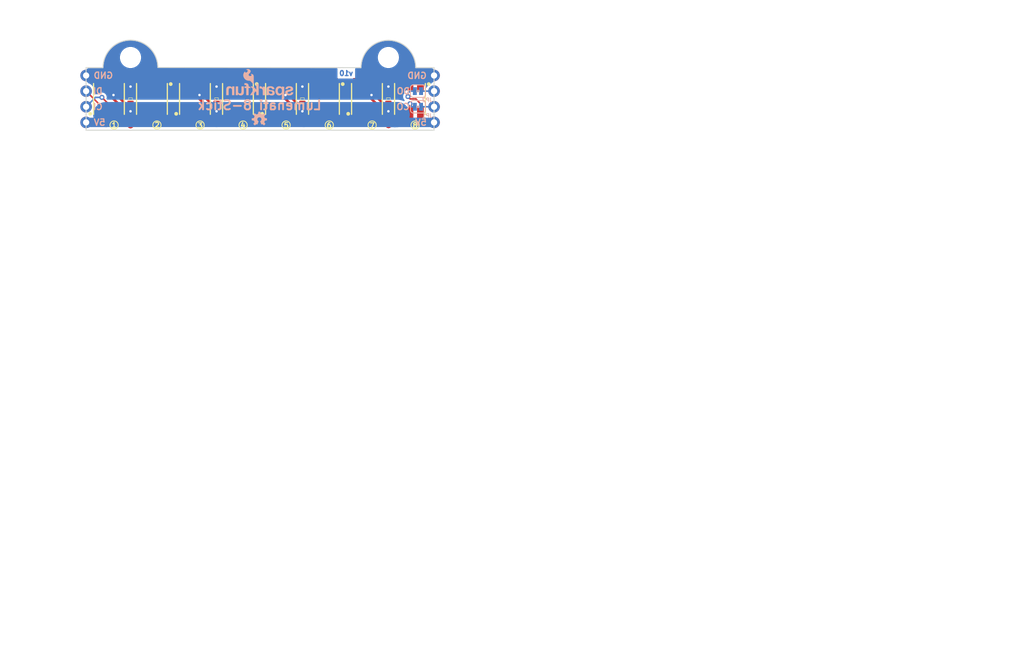
<source format=kicad_pcb>
(kicad_pcb (version 20221018) (generator pcbnew)
  (layers (0 "F.Cu" signal) (31 "B.Cu" signal) (34 "B.Paste" user) (35 "F.Paste" user) (36 "B.SilkS" user "B.Silkscreen") (37 "F.SilkS" user "F.Silkscreen") (38 "B.Mask" user) (39 "F.Mask" user) (44 "Edge.Cuts" user))
  (net 0 "")
  (net 1 "GND")
  (net 2 "+5V")
  (net 3 "Net-(U1-Pad6)")
  (net 4 "Net-(U1-Pad5)")
  (net 5 "Net-(U2-Pad5)")
  (net 6 "Net-(U2-Pad6)")
  (net 7 "Net-(U3-Pad5)")
  (net 8 "Net-(U3-Pad6)")
  (net 9 "Net-(U4-Pad6)")
  (net 10 "Net-(U4-Pad5)")
  (net 11 "Net-(U5-Pad5)")
  (net 12 "Net-(U5-Pad6)")
  (net 13 "Net-(U6-Pad6)")
  (net 14 "Net-(U6-Pad5)")
  (net 15 "Net-(U7-Pad5)")
  (net 16 "Net-(U7-Pad6)")
  (net 17 "/DI")
  (net 18 "/CI")
  (net 19 "/DO")
  (net 20 "/CO")
  (net 21 "Net-(JP1-Pad1)")
  (net 22 "Net-(JP2-Pad1)")
  (footprint "Pete:0603_revised" (layer "F.Cu") (at 127.8636 102.87 -90)
    (fp_text reference "C1" hide)
    (fp_text value "0.1uF" hide)
    (pad "1" smd rect (at -0.84836 0 270) (size 1.09982 0.99822) (layers "F.Cu" "F.Paste" "F.Mask") (net 1 "GND"))
    (pad "2" smd rect (at 0.84836 0 270) (size 1.09982 0.99822) (layers "F.Cu" "F.Paste" "F.Mask") (net 2 "+5V"))
  )
  (footprint "Pete:0603_revised" (layer "F.Cu") (at 141.8336 102.87 -90)
    (fp_text reference "C2" hide)
    (fp_text value "0.1uF" hide)
    (pad "1" smd rect (at -0.84836 0 270) (size 1.09982 0.99822) (layers "F.Cu" "F.Paste" "F.Mask") (net 1 "GND"))
    (pad "2" smd rect (at 0.84836 0 270) (size 1.09982 0.99822) (layers "F.Cu" "F.Paste" "F.Mask") (net 2 "+5V"))
  )
  (footprint "Pete:0603_revised" (layer "F.Cu") (at 155.7782 102.87 -90)
    (fp_text reference "C3" hide)
    (fp_text value "0.1uF" hide)
    (pad "1" smd rect (at -0.84836 0 270) (size 1.09982 0.99822) (layers "F.Cu" "F.Paste" "F.Mask") (net 1 "GND"))
    (pad "2" smd rect (at 0.84836 0 270) (size 1.09982 0.99822) (layers "F.Cu" "F.Paste" "F.Mask") (net 2 "+5V"))
  )
  (footprint "Pete:0603_revised" (layer "F.Cu") (at 169.7482 102.87 -90)
    (fp_text reference "C4" hide)
    (fp_text value "0.1uF" hide)
    (pad "1" smd rect (at -0.84836 0 270) (size 1.09982 0.99822) (layers "F.Cu" "F.Paste" "F.Mask") (net 1 "GND"))
    (pad "2" smd rect (at 0.84836 0 270) (size 1.09982 0.99822) (layers "F.Cu" "F.Paste" "F.Mask") (net 2 "+5V"))
  )
  (footprint "Pete:APA102_3" (layer "F.Cu") (at 124.3584 102.87 -90)
    (fp_text reference "U1" hide)
    (fp_text value "APA102" hide)
    (pad "1" smd rect (at 2.4 1.7 270) (size 2 1.1) (layers "F.Cu" "F.Paste" "F.Mask") (net 17 "/DI"))
    (pad "2" smd rect (at 2.399998 0 270) (size 2 1.1) (layers "F.Cu" "F.Paste" "F.Mask") (net 18 "/CI"))
    (pad "3" smd rect (at 2.4 -1.700001 270) (size 2 1.1) (layers "F.Cu" "F.Paste" "F.Mask") (net 1 "GND"))
    (pad "4" smd rect (at -2.4 -1.7 90) (size 2 1.1) (layers "F.Cu" "F.Paste" "F.Mask") (net 2 "+5V"))
    (pad "5" smd rect (at -2.399998 0 90) (size 2 1.1) (layers "F.Cu" "F.Paste" "F.Mask") (net 4 "Net-(U1-Pad5)"))
    (pad "6" smd rect (at -2.4 1.700001 90) (size 2 1.1) (layers "F.Cu" "F.Paste" "F.Mask") (net 3 "Net-(U1-Pad6)"))
  )
  (footprint "Pete:APA102_3" (layer "F.Cu") (at 131.3434 102.87 90)
    (fp_text reference "U2" hide)
    (fp_text value "APA102" hide)
    (pad "1" smd rect (at 2.4 1.7 90) (size 2 1.1) (layers "F.Cu" "F.Paste" "F.Mask") (net 3 "Net-(U1-Pad6)"))
    (pad "2" smd rect (at 2.399998 0 90) (size 2 1.1) (layers "F.Cu" "F.Paste" "F.Mask") (net 4 "Net-(U1-Pad5)"))
    (pad "3" smd rect (at 2.4 -1.700001 90) (size 2 1.1) (layers "F.Cu" "F.Paste" "F.Mask") (net 1 "GND"))
    (pad "4" smd rect (at -2.4 -1.7 270) (size 2 1.1) (layers "F.Cu" "F.Paste" "F.Mask") (net 2 "+5V"))
    (pad "5" smd rect (at -2.399998 0 270) (size 2 1.1) (layers "F.Cu" "F.Paste" "F.Mask") (net 5 "Net-(U2-Pad5)"))
    (pad "6" smd rect (at -2.4 1.700001 270) (size 2 1.1) (layers "F.Cu" "F.Paste" "F.Mask") (net 6 "Net-(U2-Pad6)"))
  )
  (footprint "Pete:APA102_3" (layer "F.Cu") (at 138.3284 102.87 -90)
    (fp_text reference "U3" hide)
    (fp_text value "APA102" hide)
    (pad "1" smd rect (at 2.4 1.7 270) (size 2 1.1) (layers "F.Cu" "F.Paste" "F.Mask") (net 6 "Net-(U2-Pad6)"))
    (pad "2" smd rect (at 2.399998 0 270) (size 2 1.1) (layers "F.Cu" "F.Paste" "F.Mask") (net 5 "Net-(U2-Pad5)"))
    (pad "3" smd rect (at 2.4 -1.700001 270) (size 2 1.1) (layers "F.Cu" "F.Paste" "F.Mask") (net 1 "GND"))
    (pad "4" smd rect (at -2.4 -1.7 90) (size 2 1.1) (layers "F.Cu" "F.Paste" "F.Mask") (net 2 "+5V"))
    (pad "5" smd rect (at -2.399998 0 90) (size 2 1.1) (layers "F.Cu" "F.Paste" "F.Mask") (net 7 "Net-(U3-Pad5)"))
    (pad "6" smd rect (at -2.4 1.700001 90) (size 2 1.1) (layers "F.Cu" "F.Paste" "F.Mask") (net 8 "Net-(U3-Pad6)"))
  )
  (footprint "Pete:APA102_3" (layer "F.Cu") (at 145.3134 102.87 90)
    (fp_text reference "U4" hide)
    (fp_text value "APA102" hide)
    (pad "1" smd rect (at 2.4 1.7 90) (size 2 1.1) (layers "F.Cu" "F.Paste" "F.Mask") (net 8 "Net-(U3-Pad6)"))
    (pad "2" smd rect (at 2.399998 0 90) (size 2 1.1) (layers "F.Cu" "F.Paste" "F.Mask") (net 7 "Net-(U3-Pad5)"))
    (pad "3" smd rect (at 2.4 -1.700001 90) (size 2 1.1) (layers "F.Cu" "F.Paste" "F.Mask") (net 1 "GND"))
    (pad "4" smd rect (at -2.4 -1.7 270) (size 2 1.1) (layers "F.Cu" "F.Paste" "F.Mask") (net 2 "+5V"))
    (pad "5" smd rect (at -2.399998 0 270) (size 2 1.1) (layers "F.Cu" "F.Paste" "F.Mask") (net 10 "Net-(U4-Pad5)"))
    (pad "6" smd rect (at -2.4 1.700001 270) (size 2 1.1) (layers "F.Cu" "F.Paste" "F.Mask") (net 9 "Net-(U4-Pad6)"))
  )
  (footprint "Pete:APA102_3" (layer "F.Cu") (at 152.2984 102.87 -90)
    (fp_text reference "U5" hide)
    (fp_text value "APA102" hide)
    (pad "1" smd rect (at 2.4 1.7 270) (size 2 1.1) (layers "F.Cu" "F.Paste" "F.Mask") (net 9 "Net-(U4-Pad6)"))
    (pad "2" smd rect (at 2.399998 0 270) (size 2 1.1) (layers "F.Cu" "F.Paste" "F.Mask") (net 10 "Net-(U4-Pad5)"))
    (pad "3" smd rect (at 2.4 -1.700001 270) (size 2 1.1) (layers "F.Cu" "F.Paste" "F.Mask") (net 1 "GND"))
    (pad "4" smd rect (at -2.4 -1.7 90) (size 2 1.1) (layers "F.Cu" "F.Paste" "F.Mask") (net 2 "+5V"))
    (pad "5" smd rect (at -2.399998 0 90) (size 2 1.1) (layers "F.Cu" "F.Paste" "F.Mask") (net 11 "Net-(U5-Pad5)"))
    (pad "6" smd rect (at -2.4 1.700001 90) (size 2 1.1) (layers "F.Cu" "F.Paste" "F.Mask") (net 12 "Net-(U5-Pad6)"))
  )
  (footprint "Pete:APA102_3" (layer "F.Cu") (at 159.2834 102.87 90)
    (fp_text reference "U6" hide)
    (fp_text value "APA102" hide)
    (pad "1" smd rect (at 2.4 1.7 90) (size 2 1.1) (layers "F.Cu" "F.Paste" "F.Mask") (net 12 "Net-(U5-Pad6)"))
    (pad "2" smd rect (at 2.399998 0 90) (size 2 1.1) (layers "F.Cu" "F.Paste" "F.Mask") (net 11 "Net-(U5-Pad5)"))
    (pad "3" smd rect (at 2.4 -1.700001 90) (size 2 1.1) (layers "F.Cu" "F.Paste" "F.Mask") (net 1 "GND"))
    (pad "4" smd rect (at -2.4 -1.7 270) (size 2 1.1) (layers "F.Cu" "F.Paste" "F.Mask") (net 2 "+5V"))
    (pad "5" smd rect (at -2.399998 0 270) (size 2 1.1) (layers "F.Cu" "F.Paste" "F.Mask") (net 14 "Net-(U6-Pad5)"))
    (pad "6" smd rect (at -2.4 1.700001 270) (size 2 1.1) (layers "F.Cu" "F.Paste" "F.Mask") (net 13 "Net-(U6-Pad6)"))
  )
  (footprint "Pete:APA102_3" (layer "F.Cu") (at 166.2684 102.87 -90)
    (fp_text reference "U7" hide)
    (fp_text value "APA102" hide)
    (pad "1" smd rect (at 2.4 1.7 270) (size 2 1.1) (layers "F.Cu" "F.Paste" "F.Mask") (net 13 "Net-(U6-Pad6)"))
    (pad "2" smd rect (at 2.399998 0 270) (size 2 1.1) (layers "F.Cu" "F.Paste" "F.Mask") (net 14 "Net-(U6-Pad5)"))
    (pad "3" smd rect (at 2.4 -1.700001 270) (size 2 1.1) (layers "F.Cu" "F.Paste" "F.Mask") (net 1 "GND"))
    (pad "4" smd rect (at -2.4 -1.7 90) (size 2 1.1) (layers "F.Cu" "F.Paste" "F.Mask") (net 2 "+5V"))
    (pad "5" smd rect (at -2.399998 0 90) (size 2 1.1) (layers "F.Cu" "F.Paste" "F.Mask") (net 15 "Net-(U7-Pad5)"))
    (pad "6" smd rect (at -2.4 1.700001 90) (size 2 1.1) (layers "F.Cu" "F.Paste" "F.Mask") (net 16 "Net-(U7-Pad6)"))
  )
  (footprint "Pete:APA102_3" (layer "F.Cu") (at 173.2534 102.87 90)
    (fp_text reference "U8" hide)
    (fp_text value "APA102" hide)
    (pad "1" smd rect (at 2.4 1.7 90) (size 2 1.1) (layers "F.Cu" "F.Paste" "F.Mask") (net 16 "Net-(U7-Pad6)"))
    (pad "2" smd rect (at 2.399998 0 90) (size 2 1.1) (layers "F.Cu" "F.Paste" "F.Mask") (net 15 "Net-(U7-Pad5)"))
    (pad "3" smd rect (at 2.4 -1.700001 90) (size 2 1.1) (layers "F.Cu" "F.Paste" "F.Mask") (net 1 "GND"))
    (pad "4" smd rect (at -2.4 -1.7 270) (size 2 1.1) (layers "F.Cu" "F.Paste" "F.Mask") (net 2 "+5V"))
    (pad "5" smd rect (at -2.399998 0 270) (size 2 1.1) (layers "F.Cu" "F.Paste" "F.Mask") (net 21 "Net-(JP1-Pad1)"))
    (pad "6" smd rect (at -2.4 1.700001 270) (size 2 1.1) (layers "F.Cu" "F.Paste" "F.Mask") (net 22 "Net-(JP2-Pad1)"))
  )
  (footprint "Pete:STAND-OFF_115_2" (layer "F.Cu") (at 169.7482 96.139)
    (fp_text reference "Ref**" hide)
    (fp_text value "Val**" hide)
    (pad "" np_thru_hole circle (at 0 0) (size 2.921 2.921) (drill 2.921) (layers "*.Cu" "*.Mask"))
  )
  (footprint "Pete:STAND-OFF_115_2" (layer "F.Cu") (at 127.8636 96.139)
    (fp_text reference "Ref**" hide)
    (fp_text value "Val**" hide)
    (pad "" np_thru_hole circle (at 0 0) (size 2.921 2.921) (drill 2.921) (layers "*.Cu" "*.Mask"))
  )
  (footprint "SFE_Connectors:1X04_NO_SILK" (layer "F.Cu") (at 120.65 99.06 -90)
    (fp_text reference "J1" hide)
    (fp_text value "CONN_041X04_NO_SILK" hide)
    (pad "1" thru_hole circle (at 0 0 270) (size 1.8796 1.8796) (drill 1.016) (layers "*.Cu" "*.Paste" "*.Mask") (net 1 "GND"))
    (pad "2" thru_hole circle (at 2.54 0 270) (size 1.8796 1.8796) (drill 1.016) (layers "*.Cu" "*.Paste" "*.Mask") (net 17 "/DI"))
    (pad "3" thru_hole circle (at 5.08 0 270) (size 1.8796 1.8796) (drill 1.016) (layers "*.Cu" "*.Paste" "*.Mask") (net 18 "/CI"))
    (pad "4" thru_hole circle (at 7.62 0 270) (size 1.8796 1.8796) (drill 1.016) (layers "*.Cu" "*.Paste" "*.Mask") (net 2 "+5V"))
  )
  (footprint "SFE_Connectors:1X04_NO_SILK" (layer "F.Cu") (at 177.165 106.68 90)
    (fp_text reference "J2" hide)
    (fp_text value "CONN_041X04_NO_SILK" hide)
    (pad "1" thru_hole circle (at 0 0 90) (size 1.8796 1.8796) (drill 1.016) (layers "*.Cu" "*.Paste" "*.Mask") (net 2 "+5V"))
    (pad "2" thru_hole circle (at 2.54 0 90) (size 1.8796 1.8796) (drill 1.016) (layers "*.Cu" "*.Paste" "*.Mask") (net 20 "/CO"))
    (pad "3" thru_hole circle (at 5.08 0 90) (size 1.8796 1.8796) (drill 1.016) (layers "*.Cu" "*.Paste" "*.Mask") (net 19 "/DO"))
    (pad "4" thru_hole circle (at 7.62 0 90) (size 1.8796 1.8796) (drill 1.016) (layers "*.Cu" "*.Paste" "*.Mask") (net 1 "GND"))
  )
  (footprint "FIDUCIAL-1X2" (layer "F.Cu") (at 127.8636 107.1626)
    (fp_text reference "FD1" hide)
    (fp_text value "FIDUCIAL1X2" hide)
    (pad "1" smd circle (at 0 0) (size 0.99822 0.99822) (layers "F.Cu" "F.Paste" "F.Mask"))
  )
  (footprint "FIDUCIAL-1X2" (layer "F.Cu") (at 169.7736 107.1372)
    (fp_text reference "FD2" hide)
    (fp_text value "FIDUCIAL1X2" hide)
    (pad "1" smd circle (at 0 0) (size 0.99822 0.99822) (layers "F.Cu" "F.Paste" "F.Mask"))
  )
  (footprint "SparkFun:SFE_LOGO_NAME_FLAME_.1" (layer "B.Cu") (at 154.7368 103.2002 180)
    (fp_text reference "LOGO1" hide)
    (fp_text value "SFE_LOGO_NAME_FLAME.1_INCH" hide)
  )
  (footprint "SparkFun:OSHW-LOGO-MINI" (layer "B.Cu") (at 148.7932 106.172 180)
    (fp_text reference "LOGO2" hide)
    (fp_text value "OSHW-LOGOMINI" hide)
  )
  (footprint "Pete:SMT-JUMPER_2_NC_TRACE_SILK" (layer "B.Cu") (at 174.5488 104.14)
    (fp_text reference "JP1" (at 1.524 1.4478) (layer "B.SilkS") (effects (font (size 0.6096 0.6096) (thickness 0.127)) (justify mirror)))
    (fp_text value "JUMPER-SMT_2_NC_TRACE_SILK" hide)
    (fp_line (start -0.508 0) (end 0.508 0) (stroke (width 0.254)) (layer "B.Cu"))
    (pad "1" smd rect (at -0.508 0) (size 0.635 1.27) (layers "B.Cu" "B.Paste" "B.Mask") (net 21 "Net-(JP1-Pad1)"))
    (pad "2" smd rect (at 0.508 0) (size 0.635 1.27) (layers "B.Cu" "B.Paste" "B.Mask") (net 20 "/CO"))
  )
  (footprint "Pete:SMT-JUMPER_2_NC_TRACE_SILK" (layer "B.Cu") (at 174.5488 101.6)
    (fp_text reference "JP2" (at 1.524 1.4478) (layer "B.SilkS") (effects (font (size 0.6096 0.6096) (thickness 0.127)) (justify mirror)))
    (fp_text value "JUMPER-SMT_2_NC_TRACE_SILK" hide)
    (fp_line (start -0.508 0) (end 0.508 0) (stroke (width 0.254)) (layer "B.Cu"))
    (pad "1" smd rect (at -0.508 0) (size 0.635 1.27) (layers "B.Cu" "B.Paste" "B.Mask") (net 22 "Net-(JP2-Pad1)"))
    (pad "2" smd rect (at 0.508 0) (size 0.635 1.27) (layers "B.Cu" "B.Paste" "B.Mask") (net 19 "/DO"))
  )
  (gr_circle (center 167.1066 107.1118) (end 167.767 107.2134) (stroke (width 0.15)) (fill none) (layer "F.SilkS"))
  (gr_circle (center 174.0916 107.1118) (end 174.752 107.2134) (stroke (width 0.15)) (fill none) (layer "F.SilkS"))
  (gr_circle (center 132.1562 107.1118) (end 132.8166 107.2134) (stroke (width 0.15)) (fill none) (layer "F.SilkS"))
  (gr_circle (center 139.1666 107.1118) (end 139.827 107.2134) (stroke (width 0.15)) (fill none) (layer "F.SilkS"))
  (gr_circle (center 160.147 107.1118) (end 160.8074 107.2134) (stroke (width 0.15)) (fill none) (layer "F.SilkS"))
  (gr_circle (center 146.1516 107.1118) (end 146.812 107.2134) (stroke (width 0.15)) (fill none) (layer "F.SilkS"))
  (gr_circle (center 125.1966 107.1118) (end 125.857 107.2134) (stroke (width 0.15)) (fill none) (layer "F.SilkS"))
  (gr_circle (center 153.1366 107.1118) (end 153.797 107.2134) (stroke (width 0.15)) (fill none) (layer "F.SilkS"))
  (gr_arc (start 127.8636 93.3196) (mid 131.00669 94.62151) (end 132.3086 97.7646) (stroke (width 0.15)) (layer "Edge.Cuts"))
  (gr_line (start 120.65 97.79) (end 123.3932 97.79) (stroke (width 0.15)) (layer "Edge.Cuts"))
  (gr_arc (start 123.3932 97.79) (mid 124.70255 94.62895) (end 127.8636 93.3196) (stroke (width 0.15)) (layer "Edge.Cuts"))
  (gr_line (start 120.65 107.95) (end 177.165 107.95) (stroke (width 0.15)) (layer "Edge.Cuts"))
  (gr_arc (start 165.3032 97.79) (mid 166.60511 94.64691) (end 169.7482 93.345) (stroke (width 0.15)) (layer "Edge.Cuts"))
  (gr_line (start 120.65 97.79) (end 120.65 107.95) (stroke (width 0.15)) (layer "Edge.Cuts"))
  (gr_arc (start 169.7482 93.345) (mid 172.89129 94.64691) (end 174.1932 97.79) (stroke (width 0.15)) (layer "Edge.Cuts"))
  (gr_line (start 174.1932 97.79) (end 177.165 97.79) (stroke (width 0.15)) (layer "Edge.Cuts"))
  (gr_line (start 177.165 97.79) (end 177.165 107.95) (stroke (width 0.15)) (layer "Edge.Cuts"))
  (gr_line (start 132.3086 97.7646) (end 165.3032 97.79) (stroke (width 0.15)) (layer "Edge.Cuts"))
  (gr_text "v10" (at 162.8902 98.7044) (layer "B.Cu") (effects (font (size 0.8128 0.8128) (thickness 0.2032)) (justify mirror)))
  (gr_text "5V" (at 175.0314 106.68) (layer "B.SilkS") (effects (font (size 1.016 1.016) (thickness 0.2032)) (justify mirror)))
  (gr_text "CI" (at 122.555 104.14) (layer "B.SilkS") (effects (font (size 1.016 1.016) (thickness 0.2032)) (justify mirror)))
  (gr_text "DI" (at 122.555 101.6) (layer "B.SilkS") (effects (font (size 1.016 1.016) (thickness 0.2032)) (justify mirror)))
  (gr_text "GND" (at 123.444 99.06) (layer "B.SilkS") (effects (font (size 1.016 1.016) (thickness 0.2032)) (justify mirror)))
  (gr_text "CO" (at 172.1358 104.14) (layer "B.SilkS") (effects (font (size 1.016 1.016) (thickness 0.2032)) (justify mirror)))
  (gr_text "DO" (at 172.1612 101.6) (layer "B.SilkS") (effects (font (size 1.016 1.016) (thickness 0.2032)) (justify mirror)))
  (gr_text "GND" (at 174.3964 99.0854) (layer "B.SilkS") (effects (font (size 1.016 1.016) (thickness 0.2032)) (justify mirror)))
  (gr_text "5V" (at 122.8344 106.68) (layer "B.SilkS") (effects (font (size 1.016 1.016) (thickness 0.2032)) (justify mirror)))
  (gr_text "Lumenati 8-Stick" (at 148.8186 103.886) (layer "B.SilkS") (effects (font (size 1.5 1.5) (thickness 0.299999)) (justify mirror)))
  (gr_text "2" (at 132.1816 107.1118) (layer "F.SilkS") (effects (font (size 0.8128 0.8128) (thickness 0.1778))))
  (gr_text "3" (at 139.192 107.188) (layer "F.SilkS") (effects (font (size 0.8128 0.8128) (thickness 0.1778))))
  (gr_text "4" (at 146.1262 107.1626) (layer "F.SilkS") (effects (font (size 0.8128 0.8128) (thickness 0.2032))))
  (gr_text "5" (at 153.162 107.1626) (layer "F.SilkS") (effects (font (size 0.8128 0.8128) (thickness 0.1778))))
  (gr_text "6" (at 160.1216 107.1626) (layer "F.SilkS") (effects (font (size 0.8128 0.8128) (thickness 0.1778))))
  (gr_text "7" (at 167.1066 107.188) (layer "F.SilkS") (effects (font (size 0.8128 0.8128) (thickness 0.1778))))
  (gr_text "8" (at 174.0916 107.1626) (layer "F.SilkS") (effects (font (size 0.8128 0.8128) (thickness 0.1778))))
  (gr_text "1" (at 125.1966 107.1118) (layer "F.SilkS") (effects (font (size 0.8128 0.8128) (thickness 0.1778))))
  (segment (start 126.058401 103.833401) (end 125.095 102.87) (width 0.4064) (layer "F.Cu") (net 1))
  (segment (start 125.095 102.87) (end 125.095 102.235) (width 0.4064) (layer "F.Cu") (net 1))
  (segment (start 140.028401 103.833401) (end 139.065 102.87) (width 0.4064) (layer "F.Cu") (net 1))
  (segment (start 139.065 102.87) (end 139.065 102.235) (width 0.4064) (layer "F.Cu") (net 1))
  (segment (start 153.998401 103.833401) (end 153.035 102.87) (width 0.4064) (layer "F.Cu") (net 1))
  (segment (start 153.035 102.87) (end 153.035 102.235) (width 0.4064) (layer "F.Cu") (net 1))
  (segment (start 167.968401 103.833401) (end 167.005 102.87) (width 0.4064) (layer "F.Cu") (net 1))
  (segment (start 167.005 102.87) (end 167.005 102.235) (width 0.4064) (layer "F.Cu") (net 1))
  (segment (start 129.62636 102.02164) (end 129.6416 102.0064) (width 0.4064) (layer "F.Cu") (net 1))
  (segment (start 129.6416 102.0064) (end 129.643399 102.0064) (width 0.4064) (layer "F.Cu") (net 1))
  (segment (start 143.59636 102.02164) (end 143.6116 102.0064) (width 0.4064) (layer "F.Cu") (net 1))
  (segment (start 143.6116 102.0064) (end 143.613399 102.0064) (width 0.4064) (layer "F.Cu") (net 1))
  (segment (start 157.57144 102.02164) (end 157.5816 102.0318) (width 0.4064) (layer "F.Cu") (net 1))
  (segment (start 157.5816 102.0318) (end 157.583399 102.0318) (width 0.4064) (layer "F.Cu") (net 1))
  (segment (start 171.54144 102.02164) (end 171.5516 102.0318) (width 0.4064) (layer "F.Cu") (net 1))
  (segment (start 171.5516 102.0318) (end 171.553399 102.0318) (width 0.4064) (layer "F.Cu") (net 1))
  (segment (start 169.7482 102.02164) (end 171.54144 102.02164) (width 0.4064) (layer "F.Cu") (net 1))
  (segment (start 153.998401 105.27) (end 153.998401 103.833401) (width 0.4064) (layer "F.Cu") (net 1))
  (segment (start 127.8636 102.02164) (end 129.62636 102.02164) (width 0.4064) (layer "F.Cu") (net 1))
  (segment (start 126.058401 105.27) (end 126.058401 103.833401) (width 0.4064) (layer "F.Cu") (net 1))
  (segment (start 141.8336 102.02164) (end 141.8336 100.8634) (width 0.4064) (layer "F.Cu") (net 1))
  (segment (start 169.7482 100.8634) (end 169.7482 102.02164) (width 0.4064) (layer "F.Cu") (net 1))
  (segment (start 143.613399 100.47) (end 143.613399 102.0064) (width 0.4064) (layer "F.Cu") (net 1))
  (segment (start 171.553399 100.47) (end 171.553399 102.0318) (width 0.4064) (layer "F.Cu") (net 1))
  (segment (start 157.583399 100.47) (end 157.583399 102.0318) (width 0.4064) (layer "F.Cu") (net 1))
  (segment (start 141.8336 102.02164) (end 143.59636 102.02164) (width 0.4064) (layer "F.Cu") (net 1))
  (segment (start 140.028401 105.27) (end 140.028401 103.833401) (width 0.4064) (layer "F.Cu") (net 1))
  (segment (start 129.643399 100.47) (end 129.643399 102.0064) (width 0.4064) (layer "F.Cu") (net 1))
  (segment (start 155.7782 102.02164) (end 155.7782 100.8634) (width 0.4064) (layer "F.Cu") (net 1))
  (segment (start 127.8636 100.8634) (end 127.8636 102.02164) (width 0.4064) (layer "F.Cu") (net 1))
  (segment (start 155.7782 102.02164) (end 157.57144 102.02164) (width 0.4064) (layer "F.Cu") (net 1))
  (segment (start 167.968401 105.27) (end 167.968401 103.833401) (width 0.4064) (layer "F.Cu") (net 1))
  (via (at 153.035 102.235) (size 0.8) (drill 0.4) (layers "F.Cu" "B.Cu") (net 1))
  (via (at 127.8636 100.8634) (size 0.8) (drill 0.4) (layers "F.Cu" "B.Cu") (net 1))
  (via (at 155.7782 100.8634) (size 0.8) (drill 0.4) (layers "F.Cu" "B.Cu") (net 1))
  (via (at 139.065 102.235) (size 0.8) (drill 0.4) (layers "F.Cu" "B.Cu") (net 1))
  (via (at 167.005 102.235) (size 0.8) (drill 0.4) (layers "F.Cu" "B.Cu") (net 1))
  (via (at 141.8336 100.8634) (size 0.8) (drill 0.4) (layers "F.Cu" "B.Cu") (net 1))
  (via (at 125.095 102.235) (size 0.8) (drill 0.4) (layers "F.Cu" "B.Cu") (net 1))
  (via (at 169.7482 100.8634) (size 0.8) (drill 0.4) (layers "F.Cu" "B.Cu") (net 1))
  (segment (start 171.5516 99.06) (end 169.7482 100.8634) (width 0.4064) (layer "B.Cu") (net 1))
  (segment (start 126.0602 99.06) (end 127.8636 100.8634) (width 0.4064) (layer "B.Cu") (net 1))
  (segment (start 120.7008 99.0092) (end 122.8344 99.0092) (width 1.524) (layer "B.Cu") (net 1))
  (segment (start 122.8344 99.0092) (end 122.8344 99.06) (width 1.524) (layer "B.Cu") (net 1))
  (segment (start 122.8344 99.06) (end 126.0602 99.06) (width 0.4064) (layer "B.Cu") (net 1))
  (segment (start 177.1142 99.0092) (end 174.5488 99.0092) (width 1.524) (layer "B.Cu") (net 1))
  (segment (start 174.5488 99.0092) (end 174.5488 99.06) (width 1.524) (layer "B.Cu") (net 1))
  (segment (start 174.5488 99.06) (end 171.5516 99.06) (width 0.4064) (layer "B.Cu") (net 1))
  (segment (start 177.165 99.06) (end 174.5488 99.06) (width 0.4064) (layer "B.Cu") (net 1))
  (segment (start 177.165 99.06) (end 177.1142 99.0092) (width 1.524) (layer "B.Cu") (net 1))
  (segment (start 120.65 99.06) (end 122.8344 99.06) (width 0.4064) (layer "B.Cu") (net 1))
  (segment (start 120.65 99.06) (end 120.7008 99.0092) (width 1.524) (layer "B.Cu") (net 1))
  (segment (start 126.0584 102.6904) (end 127.08636 103.71836) (width 0.4064) (layer "F.Cu") (net 2))
  (segment (start 127.08636 103.71836) (end 127.8636 103.71836) (width 0.4064) (layer "F.Cu") (net 2))
  (segment (start 140.0284 102.6904) (end 141.05636 103.71836) (width 0.4064) (layer "F.Cu") (net 2))
  (segment (start 141.05636 103.71836) (end 141.8336 103.71836) (width 0.4064) (layer "F.Cu") (net 2))
  (segment (start 167.9684 102.6904) (end 168.99636 103.71836) (width 0.4064) (layer "F.Cu") (net 2))
  (segment (start 168.99636 103.71836) (end 169.7482 103.71836) (width 0.4064) (layer "F.Cu") (net 2))
  (segment (start 129.6434 103.9132) (end 129.44856 103.71836) (width 0.4064) (layer "F.Cu") (net 2))
  (segment (start 129.44856 103.71836) (end 127.8636 103.71836) (width 0.4064) (layer "F.Cu") (net 2))
  (segment (start 143.6134 103.9894) (end 143.34236 103.71836) (width 0.4064) (layer "F.Cu") (net 2))
  (segment (start 143.34236 103.71836) (end 141.8336 103.71836) (width 0.4064) (layer "F.Cu") (net 2))
  (segment (start 153.9984 102.665) (end 155.05176 103.71836) (width 0.4064) (layer "F.Cu") (net 2))
  (segment (start 155.05176 103.71836) (end 155.7782 103.71836) (width 0.4064) (layer "F.Cu") (net 2))
  (segment (start 157.5834 103.9132) (end 157.38856 103.71836) (width 0.4064) (layer "F.Cu") (net 2))
  (segment (start 157.38856 103.71836) (end 155.7782 103.71836) (width 0.4064) (layer "F.Cu") (net 2))
  (segment (start 171.5534 103.964) (end 171.30776 103.71836) (width 0.4064) (layer "F.Cu") (net 2))
  (segment (start 171.30776 103.71836) (end 169.7482 103.71836) (width 0.4064) (layer "F.Cu") (net 2))
  (segment (start 126.0584 100.47) (end 126.0584 102.6904) (width 0.4064) (layer "F.Cu") (net 2))
  (segment (start 169.7482 103.71836) (end 169.7482 104.8766) (width 0.4064) (layer "F.Cu") (net 2))
  (segment (start 153.9984 100.47) (end 153.9984 102.665) (width 0.4064) (layer "F.Cu") (net 2))
  (segment (start 129.6434 105.27) (end 129.6434 103.9132) (width 0.4064) (layer "F.Cu") (net 2))
  (segment (start 155.7782 103.71836) (end 155.7782 104.8766) (width 0.4064) (layer "F.Cu") (net 2))
  (segment (start 140.0284 100.47) (end 140.0284 102.6904) (width 0.4064) (layer "F.Cu") (net 2))
  (segment (start 171.5534 105.27) (end 171.5534 103.964) (width 0.4064) (layer "F.Cu") (net 2))
  (segment (start 143.6134 105.27) (end 143.6134 103.9894) (width 0.4064) (layer "F.Cu") (net 2))
  (segment (start 127.8636 103.71836) (end 127.8636 104.8766) (width 0.4064) (layer "F.Cu") (net 2))
  (segment (start 141.8336 103.71836) (end 141.8336 104.8766) (width 0.4064) (layer "F.Cu") (net 2))
  (segment (start 157.5834 105.27) (end 157.5834 103.9132) (width 0.4064) (layer "F.Cu") (net 2))
  (segment (start 167.9684 100.47) (end 167.9684 102.6904) (width 0.4064) (layer "F.Cu") (net 2))
  (via (at 155.7782 104.8766) (size 0.8) (drill 0.4) (layers "F.Cu" "B.Cu") (net 2))
  (via (at 127.8636 104.8766) (size 0.8) (drill 0.4) (layers "F.Cu" "B.Cu") (net 2))
  (via (at 141.8336 104.8766) (size 0.8) (drill 0.4) (layers "F.Cu" "B.Cu") (net 2))
  (via (at 169.7482 104.8766) (size 0.8) (drill 0.4) (layers "F.Cu" "B.Cu") (net 2))
  (segment (start 170.18 105.41) (end 170.815 105.41) (width 4.064) (layer "B.Cu") (net 2))
  (segment (start 170.815 105.41) (end 170.18 105.41) (width 4.064) (layer "B.Cu") (net 2))
  (segment (start 170.815 105.41) (end 170.18 105.41) (width 4.064) (layer "B.Cu") (net 2))
  (segment (start 171.1706 105.41) (end 170.815 105.41) (width 4.064) (layer "B.Cu") (net 2))
  (segment (start 170.7134 106.68) (end 171.1706 106.2228) (width 1.524) (layer "B.Cu") (net 2))
  (segment (start 171.1706 106.2228) (end 171.1706 105.41) (width 1.524) (layer "B.Cu") (net 2))
  (segment (start 123.9774 106.68) (end 125.2474 105.41) (width 1.524) (layer "B.Cu") (net 2))
  (segment (start 125.2474 105.41) (end 125.095 105.41) (width 1.524) (layer "B.Cu") (net 2))
  (segment (start 125.095 105.41) (end 125.0188 105.4862) (width 1.524) (layer "B.Cu") (net 2))
  (segment (start 125.0188 105.4862) (end 125.0188 105.41) (width 1.524) (layer "B.Cu") (net 2))
  (segment (start 125.0188 105.41) (end 141.8336 105.41) (width 4.064) (layer "B.Cu") (net 2))
  (segment (start 170.2816 104.8766) (end 170.815 105.41) (width 0.4064) (layer "B.Cu") (net 2))
  (segment (start 155.8798 105.283) (end 156.0068 105.41) (width 0.4064) (layer "B.Cu") (net 2))
  (segment (start 156.0068 105.41) (end 171.1706 105.41) (width 4.064) (layer "B.Cu") (net 2))
  (segment (start 125.5522 104.8766) (end 125.0188 105.41) (width 0.4064) (layer "B.Cu") (net 2))
  (segment (start 155.7782 104.8766) (end 155.7782 105.41) (width 0.4064) (layer "B.Cu") (net 2))
  (segment (start 155.7782 105.41) (end 155.7782 105.283) (width 0.4064) (layer "B.Cu") (net 2))
  (segment (start 141.8336 104.8766) (end 141.8336 105.41) (width 0.4064) (layer "B.Cu") (net 2))
  (segment (start 141.8336 105.41) (end 141.8336 104.8766) (width 0.4064) (layer "B.Cu") (net 2))
  (segment (start 141.8336 104.8766) (end 141.8336 105.41) (width 0.4064) (layer "B.Cu") (net 2))
  (segment (start 141.8336 105.41) (end 156.0068 105.41) (width 4.064) (layer "B.Cu") (net 2))
  (segment (start 170.815 105.41) (end 171.1706 105.41) (width 4.064) (layer "B.Cu") (net 2))
  (segment (start 177.165 106.68) (end 170.7134 106.68) (width 1.524) (layer "B.Cu") (net 2))
  (segment (start 123.825 105.41) (end 125.0188 105.41) (width 4.064) (layer "B.Cu") (net 2))
  (segment (start 155.7782 105.283) (end 155.8798 105.283) (width 0.4064) (layer "B.Cu") (net 2))
  (segment (start 169.7482 104.8766) (end 170.2816 104.8766) (width 0.4064) (layer "B.Cu") (net 2))
  (segment (start 120.65 106.68) (end 123.9774 106.68) (width 1.524) (layer "B.Cu") (net 2))
  (segment (start 127.8636 104.8766) (end 125.5522 104.8766) (width 0.4064) (layer "B.Cu") (net 2))
  (segment (start 122.658399 99.083601) (end 123.19 98.552) (width 0.2032) (layer "F.Cu") (net 3))
  (segment (start 123.19 98.552) (end 126.873 98.552) (width 0.2032) (layer "F.Cu") (net 3))
  (segment (start 126.873 98.552) (end 127.508 99.187) (width 0.2032) (layer "F.Cu") (net 3))
  (segment (start 127.508 99.187) (end 128.27 99.187) (width 0.2032) (layer "F.Cu") (net 3))
  (segment (start 128.27 99.187) (end 128.27 99.187) (width 0.2032) (layer "F.Cu") (net 3))
  (segment (start 128.27 99.187) (end 128.905 98.552) (width 0.2032) (layer "F.Cu") (net 3))
  (segment (start 128.905 98.552) (end 131.318 98.552) (width 0.2032) (layer "F.Cu") (net 3))
  (segment (start 133.0434 99.0074) (end 132.588 98.552) (width 0.2032) (layer "F.Cu") (net 3))
  (segment (start 132.588 98.552) (end 131.318 98.552) (width 0.2032) (layer "F.Cu") (net 3))
  (segment (start 122.658399 100.47) (end 122.658399 99.083601) (width 0.2032) (layer "F.Cu") (net 3))
  (segment (start 133.0434 100.47) (end 133.0434 99.0074) (width 0.2032) (layer "F.Cu") (net 3))
  (segment (start 124.3584 99.2886) (end 124.587 99.06) (width 0.2032) (layer "F.Cu") (net 4))
  (segment (start 124.587 99.06) (end 126.746 99.06) (width 0.2032) (layer "F.Cu") (net 4))
  (segment (start 126.746 99.06) (end 127.381 99.695) (width 0.2032) (layer "F.Cu") (net 4))
  (segment (start 127.381 99.695) (end 128.397 99.695) (width 0.2032) (layer "F.Cu") (net 4))
  (segment (start 128.397 99.695) (end 129.032 99.06) (width 0.2032) (layer "F.Cu") (net 4))
  (segment (start 129.032 99.06) (end 131.064 99.06) (width 0.2032) (layer "F.Cu") (net 4))
  (segment (start 131.064 99.06) (end 131.3434 99.3394) (width 0.2032) (layer "F.Cu") (net 4))
  (segment (start 131.3434 99.3394) (end 131.3434 100.470002) (width 0.2032) (layer "F.Cu") (net 4))
  (segment (start 124.3584 100.470002) (end 124.3584 99.2886) (width 0.2032) (layer "F.Cu") (net 4))
  (segment (start 131.3434 106.68) (end 131.9784 107.315) (width 0.2032) (layer "F.Cu") (net 5))
  (segment (start 131.9784 107.315) (end 137.6934 107.315) (width 0.2032) (layer "F.Cu") (net 5))
  (segment (start 137.6934 107.315) (end 138.3284 106.68) (width 0.2032) (layer "F.Cu") (net 5))
  (segment (start 138.3284 106.68) (end 138.3284 105.269998) (width 0.2032) (layer "F.Cu") (net 5))
  (segment (start 131.3434 105.269998) (end 131.3434 106.68) (width 0.2032) (layer "F.Cu") (net 5))
  (segment (start 133.043401 105.27) (end 136.6284 105.27) (width 0.2032) (layer "F.Cu") (net 6))
  (segment (start 138.3284 99.187) (end 138.6332 98.8822) (width 0.2032) (layer "F.Cu") (net 7))
  (segment (start 138.6332 98.8822) (end 145.0086 98.8822) (width 0.2032) (layer "F.Cu") (net 7))
  (segment (start 145.0086 98.8822) (end 145.3134 99.187) (width 0.2032) (layer "F.Cu") (net 7))
  (segment (start 145.3134 99.187) (end 145.3134 100.470002) (width 0.2032) (layer "F.Cu") (net 7))
  (segment (start 138.3284 100.470002) (end 138.3284 99.187) (width 0.2032) (layer "F.Cu") (net 7))
  (segment (start 136.628399 98.855001) (end 137.0584 98.425) (width 0.2032) (layer "F.Cu") (net 8))
  (segment (start 137.0584 98.425) (end 146.5834 98.425) (width 0.2032) (layer "F.Cu") (net 8))
  (segment (start 146.5834 98.425) (end 147.0134 98.855) (width 0.2032) (layer "F.Cu") (net 8))
  (segment (start 147.0134 98.855) (end 147.0134 100.47) (width 0.2032) (layer "F.Cu") (net 8))
  (segment (start 136.628399 100.47) (end 136.628399 98.855001) (width 0.2032) (layer "F.Cu") (net 8))
  (segment (start 147.013401 105.27) (end 150.5984 105.27) (width 0.2032) (layer "F.Cu") (net 9))
  (segment (start 145.3134 106.68) (end 145.9484 107.315) (width 0.2032) (layer "F.Cu") (net 10))
  (segment (start 145.9484 107.315) (end 151.6634 107.315) (width 0.2032) (layer "F.Cu") (net 10))
  (segment (start 151.6634 107.315) (end 152.2984 106.68) (width 0.2032) (layer "F.Cu") (net 10))
  (segment (start 152.2984 106.68) (end 152.2984 105.269998) (width 0.2032) (layer "F.Cu") (net 10))
  (segment (start 145.3134 105.269998) (end 145.3134 106.68) (width 0.2032) (layer "F.Cu") (net 10))
  (segment (start 152.2984 99.1616) (end 152.5778 98.8822) (width 0.2032) (layer "F.Cu") (net 11))
  (segment (start 152.5778 98.8822) (end 159.004 98.8822) (width 0.2032) (layer "F.Cu") (net 11))
  (segment (start 159.004 98.8822) (end 159.2834 99.1616) (width 0.2032) (layer "F.Cu") (net 11))
  (segment (start 159.2834 99.1616) (end 159.2834 100.470002) (width 0.2032) (layer "F.Cu") (net 11))
  (segment (start 152.2984 100.470002) (end 152.2984 99.1616) (width 0.2032) (layer "F.Cu") (net 11))
  (segment (start 150.598399 98.855001) (end 151.0284 98.425) (width 0.2032) (layer "F.Cu") (net 12))
  (segment (start 151.0284 98.425) (end 160.5534 98.425) (width 0.2032) (layer "F.Cu") (net 12))
  (segment (start 160.5534 98.425) (end 160.9834 98.855) (width 0.2032) (layer "F.Cu") (net 12))
  (segment (start 160.9834 98.855) (end 160.9834 100.47) (width 0.2032) (layer "F.Cu") (net 12))
  (segment (start 150.598399 100.47) (end 150.598399 98.855001) (width 0.2032) (layer "F.Cu") (net 12))
  (segment (start 160.983401 105.27) (end 164.5684 105.27) (width 0.2032) (layer "F.Cu") (net 13))
  (segment (start 159.2834 106.68) (end 159.9184 107.315) (width 0.2032) (layer "F.Cu") (net 14))
  (segment (start 159.9184 107.315) (end 165.6334 107.315) (width 0.2032) (layer "F.Cu") (net 14))
  (segment (start 165.6334 107.315) (end 166.2684 106.68) (width 0.2032) (layer "F.Cu") (net 14))
  (segment (start 166.2684 106.68) (end 166.2684 105.269998) (width 0.2032) (layer "F.Cu") (net 14))
  (segment (start 159.2834 105.269998) (end 159.2834 106.68) (width 0.2032) (layer "F.Cu") (net 14))
  (segment (start 166.243 100.444602) (end 166.2684 100.470002) (width 0.2032) (layer "F.Cu") (net 15))
  (segment (start 166.2684 99.2886) (end 166.497 99.06) (width 0.2032) (layer "F.Cu") (net 15))
  (segment (start 166.497 99.06) (end 168.656 99.06) (width 0.2032) (layer "F.Cu") (net 15))
  (segment (start 168.656 99.06) (end 169.291 99.695) (width 0.2032) (layer "F.Cu") (net 15))
  (segment (start 173.2534 99.2124) (end 173.101 99.06) (width 0.2032) (layer "F.Cu") (net 15))
  (segment (start 173.101 99.06) (end 170.942 99.06) (width 0.2032) (layer "F.Cu") (net 15))
  (segment (start 170.942 99.06) (end 170.307 99.695) (width 0.2032) (layer "F.Cu") (net 15))
  (segment (start 170.307 99.695) (end 169.291 99.695) (width 0.2032) (layer "F.Cu") (net 15))
  (segment (start 166.2684 100.470002) (end 166.2684 99.2886) (width 0.2032) (layer "F.Cu") (net 15))
  (segment (start 173.2534 100.470002) (end 173.2534 99.2124) (width 0.2032) (layer "F.Cu") (net 15))
  (segment (start 164.568399 99.210601) (end 165.227 98.552) (width 0.2032) (layer "F.Cu") (net 16))
  (segment (start 165.227 98.552) (end 168.783 98.552) (width 0.2032) (layer "F.Cu") (net 16))
  (segment (start 168.783 98.552) (end 169.418 99.187) (width 0.2032) (layer "F.Cu") (net 16))
  (segment (start 169.418 99.187) (end 170.18 99.187) (width 0.2032) (layer "F.Cu") (net 16))
  (segment (start 170.18 99.187) (end 170.815 98.552) (width 0.2032) (layer "F.Cu") (net 16))
  (segment (start 170.815 98.552) (end 172.212 98.552) (width 0.2032) (layer "F.Cu") (net 16))
  (segment (start 174.9534 99.1344) (end 174.371 98.552) (width 0.2032) (layer "F.Cu") (net 16))
  (segment (start 174.371 98.552) (end 172.212 98.552) (width 0.2032) (layer "F.Cu") (net 16))
  (segment (start 164.568399 100.47) (end 164.568399 99.210601) (width 0.2032) (layer "F.Cu") (net 16))
  (segment (start 174.9534 100.47) (end 174.9534 99.1344) (width 0.2032) (layer "F.Cu") (net 16))
  (segment (start 122.6566 103.6066) (end 122.6566 105.2682) (width 0.25) (layer "F.Cu") (net 17))
  (segment (start 122.6566 105.2682) (end 122.6584 105.27) (width 0.25) (layer "F.Cu") (net 17))
  (segment (start 122.5184 105.41) (end 122.6584 105.27) (width 0.2032) (layer "F.Cu") (net 17))
  (segment (start 120.65 101.6) (end 122.6566 103.6066) (width 0.25) (layer "F.Cu") (net 17))
  (segment (start 124.3584 103.759) (end 123.2154 102.616) (width 0.254) (layer "F.Cu") (net 18))
  (segment (start 124.3584 105.269998) (end 124.3584 103.759) (width 0.254) (layer "F.Cu") (net 18))
  (via (at 123.2154 102.616) (size 0.8) (drill 0.4) (layers "F.Cu" "B.Cu") (net 18))
  (segment (start 123.2154 102.616) (end 122.174 102.616) (width 0.254) (layer "B.Cu") (net 18))
  (segment (start 122.174 102.616) (end 120.65 104.14) (width 0.254) (layer "B.Cu") (net 18))
  (segment (start 175.0568 101.6) (end 177.165 101.6) (width 0.254) (layer "B.Cu") (net 19))
  (segment (start 175.0568 104.14) (end 177.165 104.14) (width 0.254) (layer "B.Cu") (net 20))
  (segment (start 173.2534 105.269998) (end 173.2534 103.6574) (width 0.254) (layer "F.Cu") (net 21))
  (via (at 173.2534 103.6574) (size 0.8) (drill 0.4) (layers "F.Cu" "B.Cu") (net 21))
  (segment (start 173.2534 103.6574) (end 173.5328 104.14) (width 0.254) (layer "B.Cu") (net 21))
  (segment (start 173.5328 104.14) (end 174.0408 104.14) (width 0.254) (layer "B.Cu") (net 21))
  (segment (start 174.9552 105.268201) (end 174.953401 105.27) (width 0.25) (layer "F.Cu") (net 22))
  (segment (start 174.953401 105.27) (end 174.9552 103.6574) (width 0.254) (layer "F.Cu") (net 22))
  (segment (start 174.9552 103.6574) (end 174.2186 102.87) (width 0.254) (layer "F.Cu") (net 22))
  (segment (start 174.2186 102.87) (end 173.2788 102.87) (width 0.254) (layer "F.Cu") (net 22))
  (segment (start 173.2788 102.87) (end 172.9232 102.489) (width 0.254) (layer "F.Cu") (net 22))
  (via (at 172.9232 102.489) (size 0.8) (drill 0.4) (layers "F.Cu" "B.Cu") (net 22))
  (segment (start 172.9232 102.489) (end 172.9232 101.9302) (width 0.254) (layer "B.Cu") (net 22))
  (segment (start 172.9232 101.9302) (end 173.2788 101.6) (width 0.254) (layer "B.Cu") (net 22))
  (segment (start 173.2788 101.6) (end 174.0408 101.6) (width 0.254) (layer "B.Cu") (net 22))
  (zone (net 1) (net_name "GND") (layer "B.Cu") (connect_pads (clearance 0.381)) (min_thickness 0.254) (fill yes (thermal_gap 0.508) (thermal_bridge_width 1.27) (smoothing fillet) (radius 0.381))
    (polygon (pts (xy 179.07 108.585) (xy 118.745 108.585) (xy 118.745 92.71) (xy 179.07 92.71)))
  )
)
</source>
